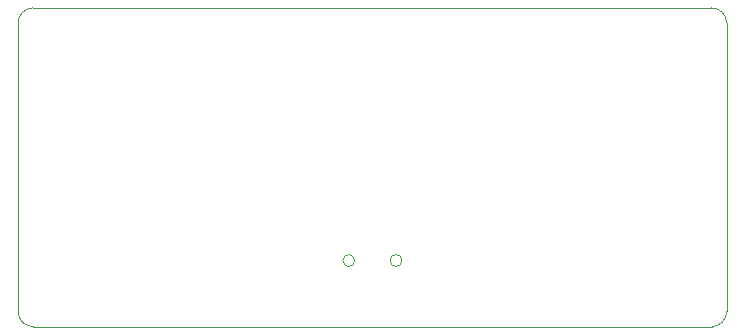
<source format=gm1>
G04 #@! TF.GenerationSoftware,KiCad,Pcbnew,6.0.0-d3dd2cf0fa~116~ubuntu20.04.1*
G04 #@! TF.CreationDate,2022-01-03T21:45:18+01:00*
G04 #@! TF.ProjectId,teebeutel_image_sensor,74656562-6575-4746-956c-5f696d616765,rev?*
G04 #@! TF.SameCoordinates,Original*
G04 #@! TF.FileFunction,Profile,NP*
%FSLAX46Y46*%
G04 Gerber Fmt 4.6, Leading zero omitted, Abs format (unit mm)*
G04 Created by KiCad (PCBNEW 6.0.0-d3dd2cf0fa~116~ubuntu20.04.1) date 2022-01-03 21:45:18*
%MOMM*%
%LPD*%
G01*
G04 APERTURE LIST*
G04 #@! TA.AperFunction,Profile*
%ADD10C,0.050000*%
G04 #@! TD*
G04 APERTURE END LIST*
D10*
X98500000Y-99400000D02*
G75*
G03*
X98500000Y-99400000I-500000J0D01*
G01*
X71250000Y-78000000D02*
G75*
G03*
X69999039Y-79300000I50002J-1300002D01*
G01*
X130000000Y-79250000D02*
X130000961Y-103700000D01*
X128750000Y-105000000D02*
G75*
G03*
X130000961Y-103700000I-50002J1300002D01*
G01*
X128750000Y-105000000D02*
X71300000Y-105000961D01*
X70000000Y-103750000D02*
G75*
G03*
X71300000Y-105000961I1300002J50002D01*
G01*
X70000000Y-103750000D02*
X69999039Y-79300000D01*
X71250000Y-78000000D02*
X128700000Y-77999039D01*
X102500000Y-99400000D02*
G75*
G03*
X102500000Y-99400000I-500000J0D01*
G01*
X130000000Y-79250000D02*
G75*
G03*
X128700000Y-77999039I-1300002J-50002D01*
G01*
M02*

</source>
